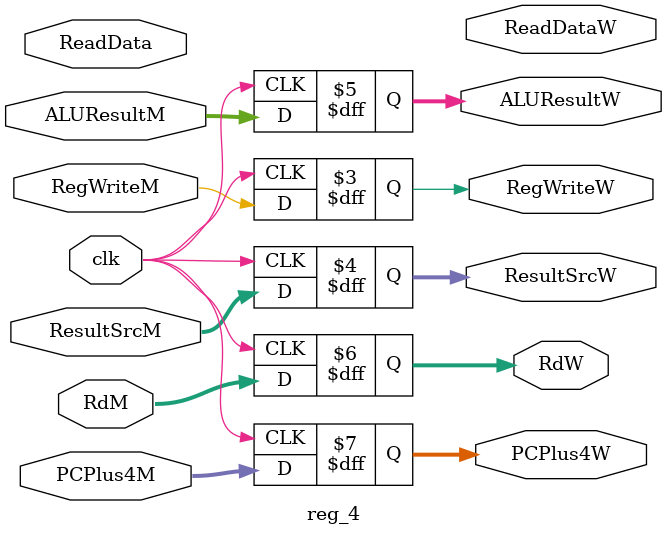
<source format=sv>
module reg_4 # (
    parameter 
            Address_Width = 5, //32 registers so address size is 5 bits
            Data_Width = 32 //32-bit data
)(
    input logic         clk,
    input logic         RegWriteM,
    input logic [1:0]   ResultSrcM,   
    input logic [Address_Width-1:0] ALUResultM,
    input logic [Data_Width-1:0]    ReadData,
    input logic [4:0]               RdM,
    input logic [Address_Width-1:0] PCPlus4M,

    output logic        RegWriteW,
    output logic [1:0]  ResultSrcW,
    output logic [Address_Width-1:0] ALUResultW,
    output logic [Data_Width-1:0]    ReadDataW,
    output logic [4:0]               RdW,
    output logic [Address_Width-1:0] PCPlus4W
);

always_ff @(posedge clk) begin
    RegWriteW <= RegWriteM;
    ResultSrcW <= ResultSrcM;
    ALUResultW <= ALUResultM;
    ReadData <= ReadDataW;
    RdW <= RdM;
    PCPlus4W <= PCPlus4M;
end


endmodule
</source>
